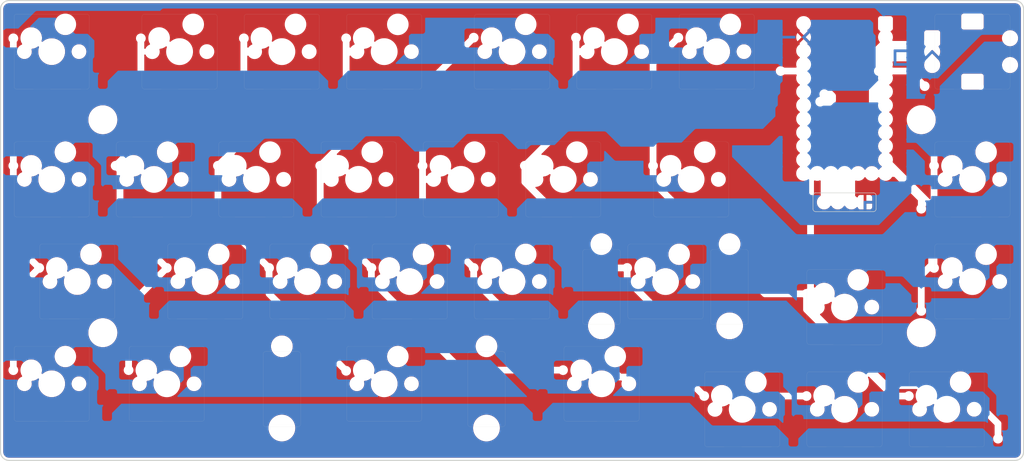
<source format=kicad_pcb>
(kicad_pcb (version 20211014) (generator pcbnew)
  (layers (0 "F.Cu" signal) (31 "B.Cu" signal) (34 "B.Paste" user) (35 "F.Paste" user) (36 "B.SilkS" user "B.Silkscreen") (37 "F.SilkS" user "F.Silkscreen") (38 "B.Mask" user) (39 "F.Mask" user) (44 "Edge.Cuts" user))
  (net 0 "")
  (footprint "acheron_MX_PlateSlots:MX150" (layer "F.Cu") (at 142.875 47.625)
    (fp_text reference "REF**")
    (fp_text value "MX150")
    (fp_line (start 7 -6.5) (end 7 6.5) (layer "Edge.Cuts") (width 0.010007))
    (fp_line (start -6.5 6.990924) (end 6.5 7) (layer "Edge.Cuts") (width 0.010007))
    (fp_line (start -7 -6.5) (end -7 6.490924) (layer "Edge.Cuts") (width 0.010007))
    (fp_line (start -6.5 -7) (end 6.5 -7) (layer "Edge.Cuts") (width 0.010007))
    (fp_arc (start -6.5 6.990924) (mid -6.853553 6.844477) (end -7 6.490924) (layer "Edge.Cuts") (width 0.010007))
    (fp_arc (start -7 -6.5) (mid -6.853553 -6.853553) (end -6.5 -7) (layer "Edge.Cuts") (width 0.010007))
    (fp_arc (start 6.5 -7) (mid 6.853553 -6.853553) (end 7 -6.5) (layer "Edge.Cuts") (width 0.010007))
    (fp_arc (start 7 6.5) (mid 6.853553 6.853553) (end 6.5 7) (layer "Edge.Cuts") (width 0.010007))
  )
  (footprint "acheron_MX_PlateSlots:MX100" (layer "F.Cu") (at 61.9125 47.625)
    (fp_text reference "REF**")
    (fp_text value "MX100")
    (fp_line (start 7 -6.5) (end 7 6.5) (layer "Edge.Cuts") (width 0.010007))
    (fp_line (start -7 -6.5) (end -7 6.490924) (layer "Edge.Cuts") (width 0.010007))
    (fp_line (start -6.5 6.990924) (end 6.5 7) (layer "Edge.Cuts") (width 0.010007))
    (fp_line (start -6.5 -7) (end 6.5 -7) (layer "Edge.Cuts") (width 0.010007))
    (fp_arc (start 7 6.5) (mid 6.853553 6.853553) (end 6.5 7) (layer "Edge.Cuts") (width 0.010007))
    (fp_arc (start -6.5 6.990924) (mid -6.853553 6.844477) (end -7 6.490924) (layer "Edge.Cuts") (width 0.010007))
    (fp_arc (start -7 -6.5) (mid -6.853553 -6.853553) (end -6.5 -7) (layer "Edge.Cuts") (width 0.010007))
    (fp_arc (start 6.5 -7) (mid 6.853553 -6.853553) (end 7 -6.5) (layer "Edge.Cuts") (width 0.010007))
  )
  (footprint "acheron_MX_PlateSlots:MX100" (layer "F.Cu") (at 147.6375 23.8125)
    (fp_text reference "REF**")
    (fp_text value "MX100")
    (fp_line (start 7 -6.5) (end 7 6.5) (layer "Edge.Cuts") (width 0.010007))
    (fp_line (start -7 -6.5) (end -7 6.490924) (layer "Edge.Cuts") (width 0.010007))
    (fp_line (start -6.5 6.990924) (end 6.5 7) (layer "Edge.Cuts") (width 0.010007))
    (fp_line (start -6.5 -7) (end 6.5 -7) (layer "Edge.Cuts") (width 0.010007))
    (fp_arc (start 7 6.5) (mid 6.853553 6.853553) (end 6.5 7) (layer "Edge.Cuts") (width 0.010007))
    (fp_arc (start -6.5 6.990924) (mid -6.853553 6.844477) (end -7 6.490924) (layer "Edge.Cuts") (width 0.010007))
    (fp_arc (start -7 -6.5) (mid -6.853553 -6.853553) (end -6.5 -7) (layer "Edge.Cuts") (width 0.010007))
    (fp_arc (start 6.5 -7) (mid 6.853553 -6.853553) (end 7 -6.5) (layer "Edge.Cuts") (width 0.010007))
  )
  (footprint "acheron_MX_PlateSlots:MX100" (layer "F.Cu") (at 71.4375 66.675)
    (fp_text reference "REF**")
    (fp_text value "MX100")
    (fp_line (start 7 -6.5) (end 7 6.5) (layer "Edge.Cuts") (width 0.010007))
    (fp_line (start -7 -6.5) (end -7 6.490924) (layer "Edge.Cuts") (width 0.010007))
    (fp_line (start -6.5 6.990924) (end 6.5 7) (layer "Edge.Cuts") (width 0.010007))
    (fp_line (start -6.5 -7) (end 6.5 -7) (layer "Edge.Cuts") (width 0.010007))
    (fp_arc (start 7 6.5) (mid 6.853553 6.853553) (end 6.5 7) (layer "Edge.Cuts") (width 0.010007))
    (fp_arc (start -6.5 6.990924) (mid -6.853553 6.844477) (end -7 6.490924) (layer "Edge.Cuts") (width 0.010007))
    (fp_arc (start -7 -6.5) (mid -6.853553 -6.853553) (end -6.5 -7) (layer "Edge.Cuts") (width 0.010007))
    (fp_arc (start 6.5 -7) (mid 6.853553 -6.853553) (end 7 -6.5) (layer "Edge.Cuts") (width 0.010007))
  )
  (footprint "acheron_MX_PlateSlots:MX100" (layer "F.Cu") (at 109.5375 66.675)
    (fp_text reference "REF**")
    (fp_text value "MX100")
    (fp_line (start 7 -6.5) (end 7 6.5) (layer "Edge.Cuts") (width 0.010007))
    (fp_line (start -7 -6.5) (end -7 6.490924) (layer "Edge.Cuts") (width 0.010007))
    (fp_line (start -6.5 6.990924) (end 6.5 7) (layer "Edge.Cuts") (width 0.010007))
    (fp_line (start -6.5 -7) (end 6.5 -7) (layer "Edge.Cuts") (width 0.010007))
    (fp_arc (start 7 6.5) (mid 6.853553 6.853553) (end 6.5 7) (layer "Edge.Cuts") (width 0.010007))
    (fp_arc (start -6.5 6.990924) (mid -6.853553 6.844477) (end -7 6.490924) (layer "Edge.Cuts") (width 0.010007))
    (fp_arc (start -7 -6.5) (mid -6.853553 -6.853553) (end -6.5 -7) (layer "Edge.Cuts") (width 0.010007))
    (fp_arc (start 6.5 -7) (mid 6.853553 -6.853553) (end 7 -6.5) (layer "Edge.Cuts") (width 0.010007))
  )
  (footprint "acheron_MX_PlateSlots:MX100" (layer "F.Cu") (at 66.675 23.8125)
    (fp_text reference "REF**")
    (fp_text value "MX100")
    (fp_line (start 7 -6.5) (end 7 6.5) (layer "Edge.Cuts") (width 0.010007))
    (fp_line (start -7 -6.5) (end -7 6.490924) (layer "Edge.Cuts") (width 0.010007))
    (fp_line (start -6.5 6.990924) (end 6.5 7) (layer "Edge.Cuts") (width 0.010007))
    (fp_line (start -6.5 -7) (end 6.5 -7) (layer "Edge.Cuts") (width 0.010007))
    (fp_arc (start 7 6.5) (mid 6.853553 6.853553) (end 6.5 7) (layer "Edge.Cuts") (width 0.010007))
    (fp_arc (start -6.5 6.990924) (mid -6.853553 6.844477) (end -7 6.490924) (layer "Edge.Cuts") (width 0.010007))
    (fp_arc (start -7 -6.5) (mid -6.853553 -6.853553) (end -6.5 -7) (layer "Edge.Cuts") (width 0.010007))
    (fp_arc (start 6.5 -7) (mid 6.853553 -6.853553) (end 7 -6.5) (layer "Edge.Cuts") (width 0.010007))
  )
  (footprint "acheron_MX_PlateSlots:MX100" (layer "F.Cu") (at 23.8125 85.725)
    (fp_text reference "REF**")
    (fp_text value "MX100")
    (fp_line (start 7 -6.5) (end 7 6.5) (layer "Edge.Cuts") (width 0.010007))
    (fp_line (start -7 -6.5) (end -7 6.490924) (layer "Edge.Cuts") (width 0.010007))
    (fp_line (start -6.5 6.990924) (end 6.5 7) (layer "Edge.Cuts") (width 0.010007))
    (fp_line (start -6.5 -7) (end 6.5 -7) (layer "Edge.Cuts") (width 0.010007))
    (fp_arc (start 7 6.5) (mid 6.853553 6.853553) (end 6.5 7) (layer "Edge.Cuts") (width 0.010007))
    (fp_arc (start -6.5 6.990924) (mid -6.853553 6.844477) (end -7 6.490924) (layer "Edge.Cuts") (width 0.010007))
    (fp_arc (start -7 -6.5) (mid -6.853553 -6.853553) (end -6.5 -7) (layer "Edge.Cuts") (width 0.010007))
    (fp_arc (start 6.5 -7) (mid 6.853553 -6.853553) (end 7 -6.5) (layer "Edge.Cuts") (width 0.010007))
  )
  (footprint "acheron_MX_PlateSlots:MX100" (layer "F.Cu") (at 128.5875 23.8125)
    (fp_text reference "REF**")
    (fp_text value "MX100")
    (fp_line (start 7 -6.5) (end 7 6.5) (layer "Edge.Cuts") (width 0.010007))
    (fp_line (start -7 -6.5) (end -7 6.490924) (layer "Edge.Cuts") (width 0.010007))
    (fp_line (start -6.5 6.990924) (end 6.5 7) (layer "Edge.Cuts") (width 0.010007))
    (fp_line (start -6.5 -7) (end 6.5 -7) (layer "Edge.Cuts") (width 0.010007))
    (fp_arc (start 7 6.5) (mid 6.853553 6.853553) (end 6.5 7) (layer "Edge.Cuts") (width 0.010007))
    (fp_arc (start -6.5 6.990924) (mid -6.853553 6.844477) (end -7 6.490924) (layer "Edge.Cuts") (width 0.010007))
    (fp_arc (start -7 -6.5) (mid -6.853553 -6.853553) (end -6.5 -7) (layer "Edge.Cuts") (width 0.010007))
    (fp_arc (start 6.5 -7) (mid 6.853553 -6.853553) (end 7 -6.5) (layer "Edge.Cuts") (width 0.010007))
  )
  (footprint "acheron_MX_PlateSlots:MX100" (layer "F.Cu") (at 195.2625 23.8125)
    (fp_text reference "REF**")
    (fp_text value "MX100")
    (fp_line (start 7 -6.5) (end 7 6.5) (layer "Edge.Cuts") (width 0.010007))
    (fp_line (start -7 -6.5) (end -7 6.490924) (layer "Edge.Cuts") (width 0.010007))
    (fp_line (start -6.5 6.990924) (end 6.5 7) (layer "Edge.Cuts") (width 0.010007))
    (fp_line (start -6.5 -7) (end 6.5 -7) (layer "Edge.Cuts") (width 0.010007))
    (fp_arc (start 7 6.5) (mid 6.853553 6.853553) (end 6.5 7) (layer "Edge.Cuts") (width 0.010007))
    (fp_arc (start -6.5 6.990924) (mid -6.853553 6.844477) (end -7 6.490924) (layer "Edge.Cuts") (width 0.010007))
    (fp_arc (start -7 -6.5) (mid -6.853553 -6.853553) (end -6.5 -7) (layer "Edge.Cuts") (width 0.010007))
    (fp_arc (start 6.5 -7) (mid 6.853553 -6.853553) (end 7 -6.5) (layer "Edge.Cuts") (width 0.010007))
  )
  (footprint "acheron_MX_PlateSlots:MX100" (layer "F.Cu") (at 23.8125 23.8125)
    (fp_text reference "REF**")
    (fp_text value "MX100")
    (fp_line (start 7 -6.5) (end 7 6.5) (layer "Edge.Cuts") (width 0.010007))
    (fp_line (start -7 -6.5) (end -7 6.490924) (layer "Edge.Cuts") (width 0.010007))
    (fp_line (start -6.5 6.990924) (end 6.5 7) (layer "Edge.Cuts") (width 0.010007))
    (fp_line (start -6.5 -7) (end 6.5 -7) (layer "Edge.Cuts") (width 0.010007))
    (fp_arc (start 7 6.5) (mid 6.853553 6.853553) (end 6.5 7) (layer "Edge.Cuts") (width 0.010007))
    (fp_arc (start -6.5 6.990924) (mid -6.853553 6.844477) (end -7 6.490924) (layer "Edge.Cuts") (width 0.010007))
    (fp_arc (start -7 -6.5) (mid -6.853553 -6.853553) (end -6.5 -7) (layer "Edge.Cuts") (width 0.010007))
    (fp_arc (start 6.5 -7) (mid 6.853553 -6.853553) (end 7 -6.5) (layer "Edge.Cuts") (width 0.010007))
  )
  (footprint "acheron_MX_PlateSlots:MX100" (layer "F.Cu") (at 52.3875 66.675)
    (fp_text reference "REF**")
    (fp_text value "MX100")
    (fp_line (start 7 -6.5) (end 7 6.5) (layer "Edge.Cuts") (width 0.010007))
    (fp_line (start -7 -6.5) (end -7 6.490924) (layer "Edge.Cuts") (width 0.010007))
    (fp_line (start -6.5 6.990924) (end 6.5 7) (layer "Edge.Cuts") (width 0.010007))
    (fp_line (start -6.5 -7) (end 6.5 -7) (layer "Edge.Cuts") (width 0.010007))
    (fp_arc (start 7 6.5) (mid 6.853553 6.853553) (end 6.5 7) (layer "Edge.Cuts") (width 0.010007))
    (fp_arc (start -6.5 6.990924) (mid -6.853553 6.844477) (end -7 6.490924) (layer "Edge.Cuts") (width 0.010007))
    (fp_arc (start -7 -6.5) (mid -6.853553 -6.853553) (end -6.5 -7) (layer "Edge.Cuts") (width 0.010007))
    (fp_arc (start 6.5 -7) (mid 6.853553 -6.853553) (end 7 -6.5) (layer "Edge.Cuts") (width 0.010007))
  )
  (footprint "acheron_MX_PlateSlots:MX100" (layer "F.Cu") (at 23.8125 47.625)
    (fp_text reference "REF**")
    (fp_text value "MX100")
    (fp_line (start 7 -6.5) (end 7 6.5) (layer "Edge.Cuts") (width 0.010007))
    (fp_line (start -7 -6.5) (end -7 6.490924) (layer "Edge.Cuts") (width 0.010007))
    (fp_line (start -6.5 6.990924) (end 6.5 7) (layer "Edge.Cuts") (width 0.010007))
    (fp_line (start -6.5 -7) (end 6.5 -7) (layer "Edge.Cuts") (width 0.010007))
    (fp_arc (start 7 6.5) (mid 6.853553 6.853553) (end 6.5 7) (layer "Edge.Cuts") (width 0.010007))
    (fp_arc (start -6.5 6.990924) (mid -6.853553 6.844477) (end -7 6.490924) (layer "Edge.Cuts") (width 0.010007))
    (fp_arc (start -7 -6.5) (mid -6.853553 -6.853553) (end -6.5 -7) (layer "Edge.Cuts") (width 0.010007))
    (fp_arc (start 6.5 -7) (mid 6.853553 -6.853553) (end 7 -6.5) (layer "Edge.Cuts") (width 0.010007))
  )
  (footprint "Custom_Footprints:SSD1306_OLED" (layer "F.Cu") (at 171.45 34.13125 90)
    (fp_text reference "H10")
    (fp_text value "OLED_Header")
    (fp_line (start -16.5045 -5.875) (end -19.0045 -5.875) (layer "Edge.Cuts") (width 0.1))
    (fp_line (start -19.5045 -5.375) (end -19.5045 5.375) (layer "Edge.Cuts") (width 0.1))
    (fp_line (start -19.0045 5.875) (end -16.5045 5.875) (layer "Edge.Cuts") (width 0.1))
    (fp_line (start -16.0045 5.375) (end -16.0045 -5.375) (layer "Edge.Cuts") (width 0.1))
    (fp_arc (start -16.5045 -5.875) (mid -16.150947 -5.728553) (end -16.0045 -5.375) (layer "Edge.Cuts") (width 0.1))
    (fp_arc (start -19.0045 5.875) (mid -19.358053 5.728553) (end -19.5045 5.375) (layer "Edge.Cuts") (width 0.1))
    (fp_arc (start -16.0045 5.375) (mid -16.150947 5.728553) (end -16.5045 5.875) (layer "Edge.Cuts") (width 0.1))
    (fp_arc (start -19.5045 -5.375) (mid -19.358053 -5.728553) (end -19.0045 -5.875) (layer "Edge.Cuts") (width 0.1))
  )
  (footprint "acheron_MX_PlateSlots:MX100" (layer "F.Cu") (at 90.4875 66.675)
    (fp_text reference "REF**")
    (fp_text value "MX100")
    (fp_line (start 7 -6.5) (end 7 6.5) (layer "Edge.Cuts") (width 0.010007))
    (fp_line (start -7 -6.5) (end -7 6.490924) (layer "Edge.Cuts") (width 0.010007))
    (fp_line (start -6.5 6.990924) (end 6.5 7) (layer "Edge.Cuts") (width 0.010007))
    (fp_line (start -6.5 -7) (end 6.5 -7) (layer "Edge.Cuts") (width 0.010007))
    (fp_arc (start 7 6.5) (mid 6.853553 6.853553) (end 6.5 7) (layer "Edge.Cuts") (width 0.010007))
    (fp_arc (start -6.5 6.990924) (mid -6.853553 6.844477) (end -7 6.490924) (layer "Edge.Cuts") (width 0.010007))
    (fp_arc (start -7 -6.5) (mid -6.853553 -6.853553) (end -6.5 -7) (layer "Edge.Cuts") (width 0.010007))
    (fp_arc (start 6.5 -7) (mid 6.853553 -6.853553) (end 7 -6.5) (layer "Edge.Cuts") (width 0.010007))
  )
  (footprint "acheron_MX_PlateSlots:MX125" (layer "F.Cu") (at 126.20625 85.725)
    (fp_text reference "REF**")
    (fp_text value "MX125")
    (fp_line (start 7 -6.5) (end 7 6.5) (layer "Edge.Cuts") (width 0.010007))
    (fp_line (start -7 -6.5) (end -7 6.490924) (layer "Edge.Cuts") (width 0.010007))
    (fp_line (start -6.5 6.990924) (end 6.5 7) (layer "Edge.Cuts") (width 0.010007))
    (fp_line (start -6.5 -7) (end 6.5 -7) (layer "Edge.Cuts") (width 0.010007))
    (fp_arc (start -7 -6.5) (mid -6.853553 -6.853553) (end -6.5 -7) (layer "Edge.Cuts") (width 0.010007))
    (fp_arc (start -6.5 6.990924) (mid -6.853553 6.844477) (end -7 6.490924) (layer "Edge.Cuts") (width 0.010007))
    (fp_arc (start 6.5 -7) (mid 6.853553 -6.853553) (end 7 -6.5) (layer "Edge.Cuts") (width 0.010007))
    (fp_arc (start 7 6.5) (mid 6.853553 6.853553) (end 6.5 7) (layer "Edge.Cuts") (width 0.010007))
  )
  (footprint "acheron_MX_PlateSlots:MX100" (layer "F.Cu") (at 190.5 90.4875)
    (fp_text reference "REF**")
    (fp_text value "MX100")
    (fp_line (start 7 -6.5) (end 7 6.5) (layer "Edge.Cuts") (width 0.010007))
    (fp_line (start -7 -6.5) (end -7 6.490924) (layer "Edge.Cuts") (width 0.010007))
    (fp_line (start -6.5 6.990924) (end 6.5 7) (layer "Edge.Cuts") (width 0.010007))
    (fp_line (start -6.5 -7) (end 6.5 -7) (layer "Edge.Cuts") (width 0.010007))
    (fp_arc (start 7 6.5) (mid 6.853553 6.853553) (end 6.5 7) (layer "Edge.Cuts") (width 0.010007))
    (fp_arc (start -6.5 6.990924) (mid -6.853553 6.844477) (end -7 6.490924) (layer "Edge.Cuts") (width 0.010007))
    (fp_arc (start -7 -6.5) (mid -6.853553 -6.853553) (end -6.5 -7) (layer "Edge.Cuts") (width 0.010007))
    (fp_arc (start 6.5 -7) (mid 6.853553 -6.853553) (end 7 -6.5) (layer "Edge.Cuts") (width 0.010007))
  )
  (footprint "acheron_MX_PlateSlots:MX100" (layer "F.Cu") (at 195.2625 47.625)
    (fp_text reference "REF**")
    (fp_text value "MX100")
    (fp_line (start 7 -6.5) (end 7 6.5) (layer "Edge.Cuts") (width 0.010007))
    (fp_line (start -7 -6.5) (end -7 6.490924) (layer "Edge.Cuts") (width 0.010007))
    (fp_line (start -6.5 6.990924) (end 6.5 7) (layer "Edge.Cuts") (width 0.010007))
    (fp_line (start -6.5 -7) (end 6.5 -7) (layer "Edge.Cuts") (width 0.010007))
    (fp_arc (start 7 6.5) (mid 6.853553 6.853553) (end 6.5 7) (layer "Edge.Cuts") (width 0.010007))
    (fp_arc (start -6.5 6.990924) (mid -6.853553 6.844477) (end -7 6.490924) (layer "Edge.Cuts") (width 0.010007))
    (fp_arc (start -7 -6.5) (mid -6.853553 -6.853553) (end -6.5 -7) (layer "Edge.Cuts") (width 0.010007))
    (fp_arc (start 6.5 -7) (mid 6.853553 -6.853553) (end 7 -6.5) (layer "Edge.Cuts") (width 0.010007))
  )
  (footprint "acheron_MX_PlateSlots:MX100" (layer "F.Cu") (at 119.0625 47.625)
    (fp_text reference "REF**")
    (fp_text value "MX100")
    (fp_line (start 7 -6.5) (end 7 6.5) (layer "Edge.Cuts") (width 0.010007))
    (fp_line (start -7 -6.5) (end -7 6.490924) (layer "Edge.Cuts") (width 0.010007))
    (fp_line (start -6.5 6.990924) (end 6.5 7) (layer "Edge.Cuts") (width 0.010007))
    (fp_line (start -6.5 -7) (end 6.5 -7) (layer "Edge.Cuts") (width 0.010007))
    (fp_arc (start 7 6.5) (mid 6.853553 6.853553) (end 6.5 7) (layer "Edge.Cuts") (width 0.010007))
    (fp_arc (start -6.5 6.990924) (mid -6.853553 6.844477) (end -7 6.490924) (layer "Edge.Cuts") (width 0.010007))
    (fp_arc (start -7 -6.5) (mid -6.853553 -6.853553) (end -6.5 -7) (layer "Edge.Cuts") (width 0.010007))
    (fp_arc (start 6.5 -7) (mid 6.853553 -6.853553) (end 7 -6.5) (layer "Edge.Cuts") (width 0.010007))
  )
  (footprint "acheron_MX_PlateSlots:MX100" (layer "F.Cu") (at 195.2625 66.675)
    (fp_text reference "REF**")
    (fp_text value "MX100")
    (fp_line (start 7 -6.5) (end 7 6.5) (layer "Edge.Cuts") (width 0.010007))
    (fp_line (start -7 -6.5) (end -7 6.490924) (layer "Edge.Cuts") (width 0.010007))
    (fp_line (start -6.5 6.990924) (end 6.5 7) (layer "Edge.Cuts") (width 0.010007))
    (fp_line (start -6.5 -7) (end 6.5 -7) (layer "Edge.Cuts") (width 0.010007))
    (fp_arc (start 7 6.5) (mid 6.853553 6.853553) (end 6.5 7) (layer "Edge.Cuts") (width 0.010007))
    (fp_arc (start -6.5 6.990924) (mid -6.853553 6.844477) (end -7 6.490924) (layer "Edge.Cuts") (width 0.010007))
    (fp_arc (start -7 -6.5) (mid -6.853553 -6.853553) (end -6.5 -7) (layer "Edge.Cuts") (width 0.010007))
    (fp_arc (start 6.5 -7) (mid 6.853553 -6.853553) (end 7 -6.5) (layer "Edge.Cuts") (width 0.010007))
  )
  (footprint "acheron_MX_PlateSlots:MX100" (layer "F.Cu") (at 152.4 90.4875)
    (fp_text reference "REF**")
    (fp_text value "MX100")
    (fp_line (start 7 -6.5) (end 7 6.5) (layer "Edge.Cuts") (width 0.010007))
    (fp_line (start -7 -6.5) (end -7 6.490924) (layer "Edge.Cuts") (width 0.010007))
    (fp_line (start -6.5 6.990924) (end 6.5 7) (layer "Edge.Cuts") (width 0.010007))
    (fp_line (start -6.5 -7) (end 6.5 -7) (layer "Edge.Cuts") (width 0.010007))
    (fp_arc (start 7 6.5) (mid 6.853553 6.853553) (end 6.5 7) (layer "Edge.Cuts") (width 0.010007))
    (fp_arc (start -6.5 6.990924) (mid -6.853553 6.844477) (end -7 6.490924) (layer "Edge.Cuts") (width 0.010007))
    (fp_arc (start -7 -6.5) (mid -6.853553 -6.853553) (end -6.5 -7) (layer "Edge.Cuts") (width 0.010007))
    (fp_arc (start 6.5 -7) (mid 6.853553 -6.853553) (end 7 -6.5) (layer "Edge.Cuts") (width 0.010007))
  )
  (footprint "acheron_MX_PlateSlots:MX100" (layer "F.Cu") (at 100.0125 47.625)
    (fp_text reference "REF**")
    (fp_text value "MX100")
    (fp_line (start 7 -6.5) (end 7 6.5) (layer "Edge.Cuts") (width 0.010007))
    (fp_line (start -7 -6.5) (end -7 6.490924) (layer "Edge.Cuts") (width 0.010007))
    (fp_line (start -6.5 6.990924) (end 6.5 7) (layer "Edge.Cuts") (width 0.010007))
    (fp_line (start -6.5 -7) (end 6.5 -7) (layer "Edge.Cuts") (width 0.010007))
    (fp_arc (start 7 6.5) (mid 6.853553 6.853553) (end 6.5 7) (layer "Edge.Cuts") (width 0.010007))
    (fp_arc (start -6.5 6.990924) (mid -6.853553 6.844477) (end -7 6.490924) (layer "Edge.Cuts") (width 0.010007))
    (fp_arc (start -7 -6.5) (mid -6.853553 -6.853553) (end -6.5 -7) (layer "Edge.Cuts") (width 0.010007))
    (fp_arc (start 6.5 -7) (mid 6.853553 -6.853553) (end 7 -6.5) (layer "Edge.Cuts") (width 0.010007))
  )
  (footprint "acheron_MX_PlateSlots:MX150" (layer "F.Cu") (at 28.575 66.675)
    (fp_text reference "REF**")
    (fp_text value "MX150")
    (fp_line (start 7 -6.5) (end 7 6.5) (layer "Edge.Cuts") (width 0.010007))
    (fp_line (start -6.5 6.990924) (end 6.5 7) (layer "Edge.Cuts") (width 0.010007))
    (fp_line (start -7 -6.5) (end -7 6.490924) (layer "Edge.Cuts") (width 0.010007))
    (fp_line (start -6.5 -7) (end 6.5 -7) (layer "Edge.Cuts") (width 0.010007))
    (fp_arc (start -6.5 6.990924) (mid -6.853553 6.844477) (end -7 6.490924) (layer "Edge.Cuts") (width 0.010007))
    (fp_arc (start -7 -6.5) (mid -6.853553 -6.853553) (end -6.5 -7) (layer "Edge.Cuts") (width 0.010007))
    (fp_arc (start 6.5 -7) (mid 6.853553 -6.853553) (end 7 -6.5) (layer "Edge.Cuts") (width 0.010007))
    (fp_arc (start 7 6.5) (mid 6.853553 6.853553) (end 6.5 7) (layer "Edge.Cuts") (width 0.010007))
  )
  (footprint "acheron_MX_PlateSlots:MX100" (layer "F.Cu") (at 85.725 23.8125)
    (fp_text reference "REF**")
    (fp_text value "MX100")
    (fp_line (start 7 -6.5) (end 7 6.5) (layer "Edge.Cuts") (width 0.010007))
    (fp_line (start -7 -6.5) (end -7 6.490924) (layer "Edge.Cuts") (width 0.010007))
    (fp_line (start -6.5 6.990924) (end 6.5 7) (layer "Edge.Cuts") (width 0.010007))
    (fp_line (start -6.5 -7) (end 6.5 -7) (layer "Edge.Cuts") (width 0.010007))
    (fp_arc (start 7 6.5) (mid 6.853553 6.853553) (end 6.5 7) (layer "Edge.Cuts") (width 0.010007))
    (fp_arc (start -6.5 6.990924) (mid -6.853553 6.844477) (end -7 6.490924) (layer "Edge.Cuts") (width 0.010007))
    (fp_arc (start -7 -6.5) (mid -6.853553 -6.853553) (end -6.5 -7) (layer "Edge.Cuts") (width 0.010007))
    (fp_arc (start 6.5 -7) (mid 6.853553 -6.853553) (end 7 -6.5) (layer "Edge.Cuts") (width 0.010007))
  )
  (footprint "acheron_MX_PlateSlots:MX200" (layer "F.Cu") (at 138.1125 66.675)
    (fp_text reference "REF**")
    (fp_text value "MX200")
    (fp_line (start -7 -6.5) (end -7 6.5) (layer "Edge.Cuts") (width 0.010007))
    (fp_line (start 7 -6.5) (end 7 6.5) (layer "Edge.Cuts") (width 0.010007))
    (fp_line (start -14.90625 -6) (end -8.90625 -5.999992) (layer "Edge.Cuts") (width 0.010007))
    (fp_line (start -15.40625 -5.499992) (end -15.40625 7.500008) (layer "Edge.Cuts") (width 0.010007))
    (fp_line (start -8.40625 -5.499992) (end -8.40625 7.5) (layer "Edge.Cuts") (width 0.010007))
    (fp_line (start -6.5 -7) (end 6.5 -7) (layer "Edge.Cuts") (width 0.010007))
    (fp_line (start 8.90625 8.000008) (end 14.90625 8.000008) (layer "Edge.Cuts") (width 0.010007))
    (fp_line (start 8.40625 -5.499992) (end 8.40625 7.5) (layer "Edge.Cuts") (width 0.010007))
    (fp_line (start -6.5 7) (end 6.5 7) (layer "Edge.Cuts") (width 0.010007))
    (fp_line (start 15.40625 -5.499992) (end 15.40625 7.500008) (layer "Edge.Cuts") (width 0.010007))
    (fp_line (start 8.90625 -5.999992) (end 14.90625 -5.999992) (layer "Edge.Cuts") (width 0.010007))
    (fp_line (start -14.90625 8.000008) (end -8.90625 8.000008) (layer "Edge.Cuts") (width 0.010007))
    (fp_arc (start -8.40625 7.500008) (mid -8.552697 7.853561) (end -8.90625 8.000008) (layer "Edge.Cuts") (width 0.010007))
    (fp_arc (start 7 6.5) (mid 6.853553 6.853553) (end 6.5 7) (layer "Edge.Cuts") (width 0.010007))
    (fp_arc (start -6.5 7) (mid -6.853553 6.853553) (end -7 6.5) (layer "Edge.Cuts") (width 0.010007))
    (fp_arc (start 8.40625 -5.5) (mid 8.552697 -5.853553) (end 8.90625 -6) (layer "Edge.Cuts") (width 0.010007))
    (fp_arc (start 15.40625 7.500008) (mid 15.259803 7.853561) (end 14.90625 8.000008) (layer "Edge.Cuts") (width 0.010007))
    (fp_arc (start 8.90625 8.000008) (mid 8.552697 7.853561) (end 8.40625 7.500008) (layer "Edge.Cuts") (width 0.010007))
    (fp_arc (start -14.90625 8.000008) (mid -15.259803 7.853561) (end -15.40625 7.500008) (layer "Edge.Cuts") (width 0.010007))
    (fp_arc (start -8.90625 -6) (mid -8.552697 -5.853553) (end -8.40625 -5.5) (layer "Edge.Cuts") (width 0.010007))
    (fp_arc (start -15.40625 -5.5) (mid -15.259803 -5.853553) (end -14.90625 -6) (layer "Edge.Cuts") (width 0.010007))
    (fp_arc (start 6.5 -7) (mid 6.853553 -6.853553) (end 7 -6.5) (layer "Edge.Cuts") (width 0.010007))
    (fp_arc (start -7 -6.5) (mid -6.853553 -6.853553) (end -6.5 -7) (layer "Edge.Cuts") (width 0.010007))
    (fp_arc (start 14.90625 -6) (mid 15.259803 -5.853553) (end 15.40625 -5.5) (layer "Edge.Cuts") (width 0.010007))
  )
  (footprint "acheron_MX_PlateSlots:MX100" (layer "F.Cu") (at 47.625 23.8125)
    (fp_text reference "REF**")
    (fp_text value "MX100")
    (fp_line (start 7 -6.5) (end 7 6.5) (layer "Edge.Cuts") (width 0.010007))
    (fp_line (start -7 -6.5) (end -7 6.490924) (layer "Edge.Cuts") (width 0.010007))
    (fp_line (start -6.5 6.990924) (end 6.5 7) (layer "Edge.Cuts") (width 0.010007))
    (fp_line (start -6.5 -7) (end 6.5 -7) (layer "Edge.Cuts") (width 0.010007))
    (fp_arc (start 7 6.5) (mid 6.853553 6.853553) (end 6.5 7) (layer "Edge.Cuts") (width 0.010007))
    (fp_arc (start -6.5 6.990924) (mid -6.853553 6.844477) (end -7 6.490924) (layer "Edge.Cuts") (width 0.010007))
    (fp_arc (start -7 -6.5) (mid -6.853553 -6.853553) (end -6.5 -7) (layer "Edge.Cuts") (width 0.010007))
    (fp_arc (start 6.5 -7) (mid 6.853553 -6.853553) (end 7 -6.5) (layer "Edge.Cuts") (width 0.010007))
  )
  (footprint "acheron_MX_PlateSlots:MX100" (layer "F.Cu") (at 109.5375 23.8125)
    (fp_text reference "REF**")
    (fp_text value "MX100")
    (fp_line (start 7 -6.5) (end 7 6.5) (layer "Edge.Cuts") (width 0.010007))
    (fp_line (start -7 -6.5) (end -7 6.490924) (layer "Edge.Cuts") (width 0.010007))
    (fp_line (start -6.5 6.990924) (end 6.5 7) (layer "Edge.Cuts") (width 0.010007))
    (fp_line (start -6.5 -7) (end 6.5 -7) (layer "Edge.Cuts") (width 0.010007))
    (fp_arc (start 7 6.5) (mid 6.853553 6.853553) (end 6.5 7) (layer "Edge.Cuts") (width 0.010007))
    (fp_arc (start -6.5 6.990924) (mid -6.853553 6.844477) (end -7 6.490924) (layer "Edge.Cuts") (width 0.010007))
    (fp_arc (start -7 -6.5) (mid -6.853553 -6.853553) (end -6.5 -7) (layer "Edge.Cuts") (width 0.010007))
    (fp_arc (start 6.5 -7) (mid 6.853553 -6.853553) (end 7 -6.5) (layer "Edge.Cuts") (width 0.010007))
  )
  (footprint "acheron_MX_PlateSlots:MX100" (layer "F.Cu") (at 171.45 90.4875)
    (fp_text reference "REF**")
    (fp_text value "MX100")
    (fp_line (start 7 -6.5) (end 7 6.5) (layer "Edge.Cuts") (width 0.010007))
    (fp_line (start -7 -6.5) (end -7 6.490924) (layer "Edge.Cuts") (width 0.010007))
    (fp_line (start -6.5 6.990924) (end 6.5 7) (layer "Edge.Cuts") (width 0.010007))
    (fp_line (start -6.5 -7) (end 6.5 -7) (layer "Edge.Cuts") (width 0.010007))
    (fp_arc (start 7 6.5) (mid 6.853553 6.853553) (end 6.5 7) (layer "Edge.Cuts") (width 0.010007))
    (fp_arc (start -6.5 6.990924) (mid -6.853553 6.844477) (end -7 6.490924) (layer "Edge.Cuts") (width 0.010007))
    (fp_arc (start -7 -6.5) (mid -6.853553 -6.853553) (end -6.5 -7) (layer "Edge.Cuts") (width 0.010007))
    (fp_arc (start 6.5 -7) (mid 6.853553 -6.853553) (end 7 -6.5) (layer "Edge.Cuts") (width 0.010007))
  )
  (footprint "acheron_MX_PlateSlots:MX100" (layer "F.Cu") (at 80.9625 47.625)
    (fp_text reference "REF**")
    (fp_text value "MX100")
    (fp_line (start 7 -6.5) (end 7 6.5) (layer "Edge.Cuts") (width 0.010007))
    (fp_line (start -7 -6.5) (end -7 6.490924) (layer "Edge.Cuts") (width 0.010007))
    (fp_line (start -6.5 6.990924) (end 6.5 7) (layer "Edge.Cuts") (width 0.010007))
    (fp_line (start -6.5 -7) (end 6.5 -7) (layer "Edge.Cuts") (width 0.010007))
    (fp_arc (start 7 6.5) (mid 6.853553 6.853553) (end 6.5 7) (layer "Edge.Cuts") (width 0.010007))
    (fp_arc (start -6.5 6.990924) (mid -6.853553 6.844477) (end -7 6.490924) (layer "Edge.Cuts") (width 0.010007))
    (fp_arc (start -7 -6.5) (mid -6.853553 -6.853553) (end -6.5 -7) (layer "Edge.Cuts") (width 0.010007))
    (fp_arc (start 6.5 -7) (mid 6.853553 -6.853553) (end 7 -6.5) (layer "Edge.Cuts") (width 0.010007))
  )
  (footprint "acheron_MX_PlateSlots:MX125" (layer "F.Cu") (at 45.24375 85.725)
    (fp_text reference "REF**")
    (fp_text value "MX125")
    (fp_line (start 7 -6.5) (end 7 6.5) (layer "Edge.Cuts") (width 0.010007))
    (fp_line (start -7 -6.5) (end -7 6.490924) (layer "Edge.Cuts") (width 0.010007))
    (fp_line (start -6.5 6.990924) (end 6.5 7) (layer "Edge.Cuts") (width 0.010007))
    (fp_line (start -6.5 -7) (end 6.5 -7) (layer "Edge.Cuts") (width 0.010007))
    (fp_arc (start -7 -6.5) (mid -6.853553 -6.853553) (end -6.5 -7) (layer "Edge.Cuts") (width 0.010007))
    (fp_arc (start -6.5 6.990924) (mid -6.853553 6.844477) (end -7 6.490924) (layer "Edge.Cuts") (width 0.010007))
    (fp_arc (start 6.5 -7) (mid 6.853553 -6.853553) (end 7 -6.5) (layer "Edge.Cuts") (width 0.010007))
    (fp_arc (start 7 6.5) (mid 6.853553 6.853553) (end 6.5 7) (layer "Edge.Cuts") (width 0.010007))
  )
  (footprint "acheron_MX_PlateSlots:MX100" (layer "F.Cu") (at 42.8625 47.625)
    (fp_text reference "REF**")
    (fp_text value "MX100")
    (fp_line (start 7 -6.5) (end 7 6.5) (layer "Edge.Cuts") (width 0.010007))
    (fp_line (start -7 -6.5) (end -7 6.490924) (layer "Edge.Cuts") (width 0.010007))
    (fp_line (start -6.5 6.990924) (end 6.5 7) (layer "Edge.Cuts") (width 0.010007))
    (fp_line (start -6.5 -7) (end 6.5 -7) (layer "Edge.Cuts") (width 0.010007))
    (fp_arc (start 7 6.5) (mid 6.853553 6.853553) (end 6.5 7) (layer "Edge.Cuts") (width 0.010007))
    (fp_arc (start -6.5 6.990924) (mid -6.853553 6.844477) (end -7 6.490924) (layer "Edge.Cuts") (width 0.010007))
    (fp_arc (start -7 -6.5) (mid -6.853553 -6.853553) (end -6.5 -7) (layer "Edge.Cuts") (width 0.010007))
    (fp_arc (start 6.5 -7) (mid 6.853553 -6.853553) (end 7 -6.5) (layer "Edge.Cuts") (width 0.010007))
  )
  (footprint "acheron_MX_PlateSlots:MX300" (layer "F.Cu") (at 85.725 85.725)
    (fp_text reference "REF**")
    (fp_text value "MX300")
    (fp_line (start 16.05 -5.999984) (end 22.05 -5.999984) (layer "Edge.Cuts") (width 0.010007))
    (fp_line (start -22.55 -5.499992) (end -22.55 7.500008) (layer "Edge.Cuts") (width 0.010007))
    (fp_line (start 16.05 8) (end 22.05 8) (layer "Edge.Cuts") (width 0.010007))
    (fp_line (start 22.55 -5.499992) (end 22.55 7.500008) (layer "Edge.Cuts") (width 0.010007))
    (fp_line (start -7 -6.5) (end -7 6.5) (layer "Edge.Cuts") (width 0.010007))
    (fp_line (start -15.55 -5.499992) (end -15.55 7.5) (layer "Edge.Cuts") (width 0.010007))
    (fp_line (start 7 -6.5) (end 7 6.5) (layer "Edge.Cuts") (width 0.010007))
    (fp_line (start -6.5 -7) (end 6.5 -7) (layer "Edge.Cuts") (width 0.010007))
    (fp_line (start -22.05 -5.999992) (end -16.05 -5.999984) (layer "Edge.Cuts") (width 0.010007))
    (fp_line (start 15.55 -5.499992) (end 15.55 7.5) (layer "Edge.Cuts") (width 0.010007))
    (fp_line (start -22.05 8) (end -16.05 8) (layer "Edge.Cuts") (width 0.010007))
    (fp_line (start -6.5 7) (end 6.5 7) (layer "Edge.Cuts") (width 0.010007))
    (fp_arc (start 7 6.5) (mid 6.853553 6.853553) (end 6.5 7) (layer "Edge.Cuts") (width 0.010007))
    (fp_arc (start -22.55 -5.499992) (mid -22.403553 -5.853545) (end -22.05 -5.999992) (layer "Edge.Cuts") (width 0.010007))
    (fp_arc (start -6.5 7) (mid -6.853553 6.853553) (end -7 6.5) (layer "Edge.Cuts") (width 0.010007))
    (fp_arc (start 22.55 7.5) (mid 22.403553 7.853553) (end 22.05 8) (layer "Edge.Cuts") (width 0.010007))
    (fp_arc (start -15.55 7.5) (mid -15.696447 7.853553) (end -16.05 8) (layer "Edge.Cuts") (width 0.010007))
    (fp_arc (start 16.05 8) (mid 15.696447 7.853553) (end 15.55 7.5) (layer "Edge.Cuts") (width 0.010007))
    (fp_arc (start -7 -6.5) (mid -6.853553 -6.853553) (end -6.5 -7) (layer "Edge.Cuts") (width 0.010007))
    (fp_arc (start -16.05 -5.999992) (mid -15.696447 -5.853545) (end -15.55 -5.499992) (layer "Edge.Cuts") (width 0.010007))
    (fp_arc (start 15.55 -5.499992) (mid 15.696447 -5.853545) (end 16.05 -5.999992) (layer "Edge.Cuts") (width 0.010007))
    (fp_arc (start 6.5 -7) (mid 6.853553 -6.853553) (end 7 -6.5) (layer "Edge.Cuts") (width 0.010007))
    (fp_arc (start 22.05 -5.999992) (mid 22.403553 -5.853545) (end 22.55 -5.499992) (layer "Edge.Cuts") (width 0.010007))
    (fp_arc (start -22.05 8) (mid -22.403553 7.853553) (end -22.55 7.5) (layer "Edge.Cuts") (width 0.010007))
  )
  (footprint "acheron_MX_PlateSlots:MX100" (layer "F.Cu") (at 171.45 71.4375)
    (fp_text reference "REF**")
    (fp_text value "MX100")
    (fp_line (start 7 -6.5) (end 7 6.5) (layer "Edge.Cuts") (width 0.010007))
    (fp_line (start -7 -6.5) (end -7 6.490924) (layer "Edge.Cuts") (width 0.010007))
    (fp_line (start -6.5 6.990924) (end 6.5 7) (layer "Edge.Cuts") (width 0.010007))
    (fp_line (start -6.5 -7) (end 6.5 -7) (layer "Edge.Cuts") (width 0.010007))
    (fp_arc (start 7 6.5) (mid 6.853553 6.853553) (end 6.5 7) (layer "Edge.Cuts") (width 0.010007))
    (fp_arc (start -6.5 6.990924) (mid -6.853553 6.844477) (end -7 6.490924) (layer "Edge.Cuts") (width 0.010007))
    (fp_arc (start -7 -6.5) (mid -6.853553 -6.853553) (end -6.5 -7) (layer "Edge.Cuts") (width 0.010007))
    (fp_arc (start 6.5 -7) (mid 6.853553 -6.853553) (end 7 -6.5) (layer "Edge.Cuts") (width 0.010007))
  )
  (gr_line (start 204.7875 15.875) (end 204.7875 98.425) (layer "Edge.Cuts") (width 0.2))
  (gr_arc (start 203.2 14.2875) (mid 204.322532 14.752468) (end 204.7875 15.875) (layer "Edge.Cuts") (width 0.2))
  (gr_arc (start 15.875 100.0125) (mid 14.752468 99.547532) (end 14.2875 98.425) (layer "Edge.Cuts") (width 0.2))
  (gr_line (start 203.2 14.2875) (end 15.875 14.2875) (layer "Edge.Cuts") (width 0.2))
  (gr_line (start 15.875 100.0125) (end 203.2 100.0125) (layer "Edge.Cuts") (width 0.2))
  (gr_arc (start 204.7875 98.425) (mid 204.322532 99.547532) (end 203.2 100.0125) (layer "Edge.Cuts") (width 0.2))
  (gr_arc (start 14.2875 15.875) (mid 14.752468 14.752468) (end 15.875 14.2875) (layer "Edge.Cuts") (width 0.2))
  (gr_line (start 14.2875 15.875) (end 14.2875 98.425) (layer "Edge.Cuts") (width 0.2))
  (zone (net 0) (net_name "") (layers F&B.Cu) (connect_pads (clearance 0.508)) (min_thickness 0.254) (fill yes (thermal_gap 0.508) (thermal_bridge_width 0.508))
    (polygon (pts (xy 204.7875 14.2875) (xy 204.7875 100.0125) (xy 14.2875 100.0125) (xy 14.2875 14.2875)))
  )
)
</source>
